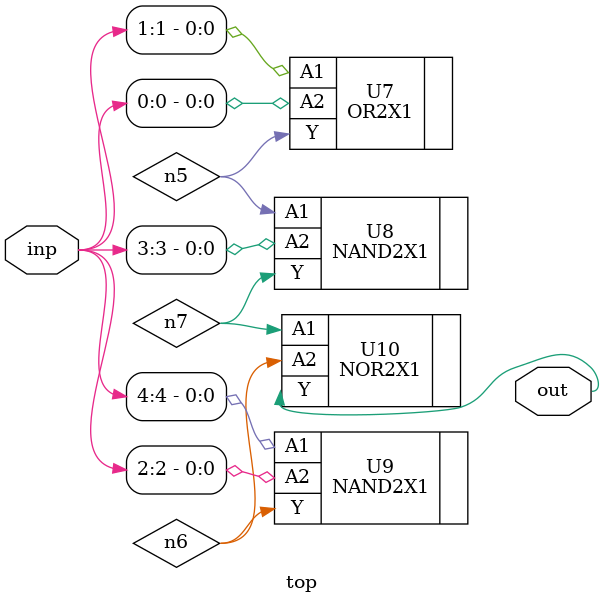
<source format=sv>


module top ( inp, out );
  input [4:0] inp;
  output out;
  wire   n5, n6, n7;

  OR2X1 U7 ( .A1(inp[1]), .A2(inp[0]), .Y(n5) );
  NAND2X1 U8 ( .A1(n5), .A2(inp[3]), .Y(n7) );
  NAND2X1 U9 ( .A1(inp[4]), .A2(inp[2]), .Y(n6) );
  NOR2X1 U10 ( .A1(n7), .A2(n6), .Y(out) );
endmodule


</source>
